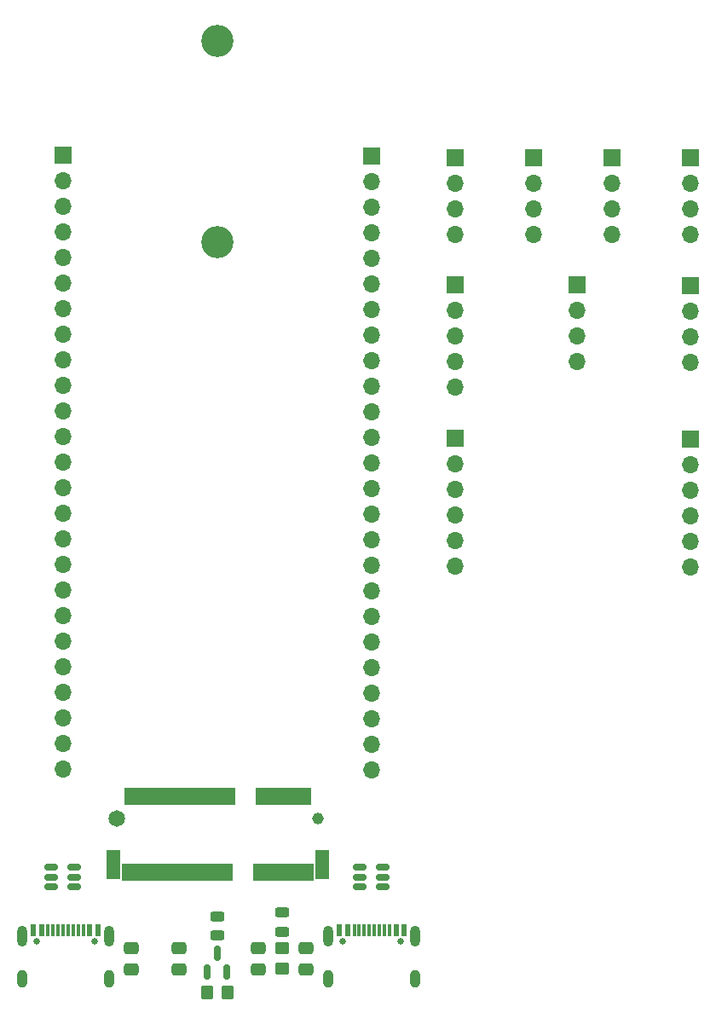
<source format=gbr>
%TF.GenerationSoftware,KiCad,Pcbnew,8.0.1-rc1*%
%TF.CreationDate,2024-08-22T21:46:05-04:00*%
%TF.ProjectId,MOBO_V1,4d4f424f-5f56-4312-9e6b-696361645f70,rev?*%
%TF.SameCoordinates,Original*%
%TF.FileFunction,Soldermask,Top*%
%TF.FilePolarity,Negative*%
%FSLAX46Y46*%
G04 Gerber Fmt 4.6, Leading zero omitted, Abs format (unit mm)*
G04 Created by KiCad (PCBNEW 8.0.1-rc1) date 2024-08-22 21:46:05*
%MOMM*%
%LPD*%
G01*
G04 APERTURE LIST*
G04 Aperture macros list*
%AMRoundRect*
0 Rectangle with rounded corners*
0 $1 Rounding radius*
0 $2 $3 $4 $5 $6 $7 $8 $9 X,Y pos of 4 corners*
0 Add a 4 corners polygon primitive as box body*
4,1,4,$2,$3,$4,$5,$6,$7,$8,$9,$2,$3,0*
0 Add four circle primitives for the rounded corners*
1,1,$1+$1,$2,$3*
1,1,$1+$1,$4,$5*
1,1,$1+$1,$6,$7*
1,1,$1+$1,$8,$9*
0 Add four rect primitives between the rounded corners*
20,1,$1+$1,$2,$3,$4,$5,0*
20,1,$1+$1,$4,$5,$6,$7,0*
20,1,$1+$1,$6,$7,$8,$9,0*
20,1,$1+$1,$8,$9,$2,$3,0*%
G04 Aperture macros list end*
%ADD10RoundRect,0.250000X0.350000X0.450000X-0.350000X0.450000X-0.350000X-0.450000X0.350000X-0.450000X0*%
%ADD11R,1.700000X1.700000*%
%ADD12O,1.700000X1.700000*%
%ADD13RoundRect,0.250000X0.450000X-0.350000X0.450000X0.350000X-0.450000X0.350000X-0.450000X-0.350000X0*%
%ADD14RoundRect,0.243750X-0.456250X0.243750X-0.456250X-0.243750X0.456250X-0.243750X0.456250X0.243750X0*%
%ADD15RoundRect,0.150000X0.512500X0.150000X-0.512500X0.150000X-0.512500X-0.150000X0.512500X-0.150000X0*%
%ADD16C,3.200000*%
%ADD17RoundRect,0.250000X0.475000X-0.337500X0.475000X0.337500X-0.475000X0.337500X-0.475000X-0.337500X0*%
%ADD18RoundRect,0.150000X-0.512500X-0.150000X0.512500X-0.150000X0.512500X0.150000X-0.512500X0.150000X0*%
%ADD19RoundRect,0.150000X0.150000X-0.587500X0.150000X0.587500X-0.150000X0.587500X-0.150000X-0.587500X0*%
%ADD20C,0.650000*%
%ADD21R,0.600000X1.240000*%
%ADD22R,0.300000X1.240000*%
%ADD23O,1.000000X2.100000*%
%ADD24O,1.000000X1.800000*%
%ADD25RoundRect,0.250000X-0.475000X0.337500X-0.475000X-0.337500X0.475000X-0.337500X0.475000X0.337500X0*%
%ADD26C,1.150000*%
%ADD27C,1.650000*%
%ADD28RoundRect,0.102000X0.150000X0.775000X-0.150000X0.775000X-0.150000X-0.775000X0.150000X-0.775000X0*%
%ADD29RoundRect,0.102000X0.600000X1.375000X-0.600000X1.375000X-0.600000X-1.375000X0.600000X-1.375000X0*%
G04 APERTURE END LIST*
D10*
%TO.C,FB201*%
X57550000Y-153850000D03*
X55550000Y-153850000D03*
%TD*%
D11*
%TO.C,I2C_0*%
X87983000Y-70950000D03*
D12*
X87983000Y-73490000D03*
X87983000Y-76030000D03*
X87983000Y-78570000D03*
%TD*%
D13*
%TO.C,R201*%
X62975000Y-151475000D03*
X62975000Y-149475000D03*
%TD*%
D14*
%TO.C,F201*%
X56537500Y-146287500D03*
X56537500Y-148162500D03*
%TD*%
D15*
%TO.C,U301*%
X72975000Y-143325000D03*
X72975000Y-142375000D03*
X72975000Y-141425000D03*
X70700000Y-141425000D03*
X70700000Y-142375000D03*
X70700000Y-143325000D03*
%TD*%
D11*
%TO.C,\u00B5SD*%
X80150000Y-98800000D03*
D12*
X80150000Y-101340000D03*
X80150000Y-103880000D03*
X80150000Y-106420000D03*
X80150000Y-108960000D03*
X80150000Y-111500000D03*
%TD*%
D11*
%TO.C,I2C_1*%
X95766000Y-70950000D03*
D12*
X95766000Y-73490000D03*
X95766000Y-76030000D03*
X95766000Y-78570000D03*
%TD*%
D16*
%TO.C,V1_mount*%
X56550000Y-59325000D03*
%TD*%
D17*
%TO.C,C201*%
X60600000Y-151512500D03*
X60600000Y-149437500D03*
%TD*%
D11*
%TO.C,I2S*%
X80175000Y-83525000D03*
D12*
X80175000Y-86065000D03*
X80175000Y-88605000D03*
X80175000Y-91145000D03*
X80175000Y-93685000D03*
%TD*%
D17*
%TO.C,C206*%
X52775000Y-151512500D03*
X52775000Y-149437500D03*
%TD*%
D11*
%TO.C,Droite*%
X71850000Y-70755000D03*
D12*
X71850000Y-73295000D03*
X71850000Y-75835000D03*
X71850000Y-78375000D03*
X71850000Y-80915000D03*
X71850000Y-83455000D03*
X71850000Y-85995000D03*
X71850000Y-88535000D03*
X71850000Y-91075000D03*
X71850000Y-93615000D03*
X71850000Y-96155000D03*
X71850000Y-98695000D03*
X71850000Y-101235000D03*
X71850000Y-103775000D03*
X71850000Y-106315000D03*
X71850000Y-108855000D03*
X71850000Y-111395000D03*
X71850000Y-113935000D03*
X71850000Y-116475000D03*
X71850000Y-119015000D03*
X71850000Y-121555000D03*
X71850000Y-124095000D03*
X71850000Y-126635000D03*
X71850000Y-129175000D03*
X71850000Y-131715000D03*
%TD*%
D18*
%TO.C,U302*%
X40050000Y-141425000D03*
X40050000Y-142375000D03*
X40050000Y-143325000D03*
X42325000Y-143325000D03*
X42325000Y-142375000D03*
X42325000Y-141425000D03*
%TD*%
D17*
%TO.C,C205*%
X65350000Y-151512500D03*
X65350000Y-149437500D03*
%TD*%
D11*
%TO.C,Gauche*%
X41225000Y-70705000D03*
D12*
X41225000Y-73245000D03*
X41225000Y-75785000D03*
X41225000Y-78325000D03*
X41225000Y-80865000D03*
X41225000Y-83405000D03*
X41225000Y-85945000D03*
X41225000Y-88485000D03*
X41225000Y-91025000D03*
X41225000Y-93565000D03*
X41225000Y-96105000D03*
X41225000Y-98645000D03*
X41225000Y-101185000D03*
X41225000Y-103725000D03*
X41225000Y-106265000D03*
X41225000Y-108805000D03*
X41225000Y-111345000D03*
X41225000Y-113885000D03*
X41225000Y-116425000D03*
X41225000Y-118965000D03*
X41225000Y-121505000D03*
X41225000Y-124045000D03*
X41225000Y-126585000D03*
X41225000Y-129125000D03*
X41225000Y-131665000D03*
%TD*%
D11*
%TO.C,UART*%
X103525000Y-83645000D03*
D12*
X103525000Y-86185000D03*
X103525000Y-88725000D03*
X103525000Y-91265000D03*
%TD*%
D16*
%TO.C,V2_mount*%
X56550000Y-79325000D03*
%TD*%
D11*
%TO.C,I2C_0*%
X80200000Y-70950000D03*
D12*
X80200000Y-73490000D03*
X80200000Y-76030000D03*
X80200000Y-78570000D03*
%TD*%
D11*
%TO.C,SPI*%
X103525000Y-98850000D03*
D12*
X103525000Y-101390000D03*
X103525000Y-103930000D03*
X103525000Y-106470000D03*
X103525000Y-109010000D03*
X103525000Y-111550000D03*
%TD*%
D19*
%TO.C,Q201*%
X55575000Y-151825000D03*
X57475000Y-151825000D03*
X56525000Y-149950000D03*
%TD*%
D14*
%TO.C,PWR_3V3*%
X62975000Y-145912500D03*
X62975000Y-147787500D03*
%TD*%
D11*
%TO.C,CAN*%
X92275000Y-83580000D03*
D12*
X92275000Y-86120000D03*
X92275000Y-88660000D03*
X92275000Y-91200000D03*
%TD*%
D20*
%TO.C,UART_PROG*%
X69005000Y-148795000D03*
X74785000Y-148795000D03*
D21*
X68695000Y-147675000D03*
X69495000Y-147675000D03*
D22*
X70645000Y-147675000D03*
X71645000Y-147675000D03*
X72145000Y-147675000D03*
X73145000Y-147675000D03*
D21*
X74295000Y-147675000D03*
X75095000Y-147675000D03*
X75095000Y-147675000D03*
X74295000Y-147675000D03*
D22*
X73645000Y-147675000D03*
X72645000Y-147675000D03*
X71145000Y-147675000D03*
X70145000Y-147675000D03*
D21*
X69495000Y-147675000D03*
X68695000Y-147675000D03*
D23*
X67575000Y-148275000D03*
D24*
X67575000Y-152475000D03*
D23*
X76215000Y-148275000D03*
D24*
X76215000Y-152475000D03*
%TD*%
D25*
%TO.C,C202*%
X48025000Y-149437500D03*
X48025000Y-151512500D03*
%TD*%
D20*
%TO.C,DEBUG_USB*%
X38585000Y-148795000D03*
X44365000Y-148795000D03*
D21*
X38275000Y-147675000D03*
X39075000Y-147675000D03*
D22*
X40225000Y-147675000D03*
X41225000Y-147675000D03*
X41725000Y-147675000D03*
X42725000Y-147675000D03*
D21*
X43875000Y-147675000D03*
X44675000Y-147675000D03*
X44675000Y-147675000D03*
X43875000Y-147675000D03*
D22*
X43225000Y-147675000D03*
X42225000Y-147675000D03*
X40725000Y-147675000D03*
X39725000Y-147675000D03*
D21*
X39075000Y-147675000D03*
X38275000Y-147675000D03*
D23*
X37155000Y-148275000D03*
D24*
X37155000Y-152475000D03*
D23*
X45795000Y-148275000D03*
D24*
X45795000Y-152475000D03*
%TD*%
D11*
%TO.C,I2C_1*%
X103549000Y-70950000D03*
D12*
X103549000Y-73490000D03*
X103549000Y-76030000D03*
X103549000Y-78570000D03*
%TD*%
D26*
%TO.C,J101*%
X66575000Y-136600000D03*
D27*
X46575000Y-136600000D03*
D28*
X65825000Y-141875000D03*
X65575000Y-134325000D03*
X65325000Y-141875000D03*
X65075000Y-134325000D03*
X64825000Y-141875000D03*
X64575000Y-134325000D03*
X64325000Y-141875000D03*
X64075000Y-134325000D03*
X63825000Y-141875000D03*
X63575000Y-134325000D03*
X63325000Y-141875000D03*
X63075000Y-134325000D03*
X62825000Y-141875000D03*
X62575000Y-134325000D03*
X62325000Y-141875000D03*
X62075000Y-134325000D03*
X61825000Y-141875000D03*
X61575000Y-134325000D03*
X61325000Y-141875000D03*
X61075000Y-134325000D03*
X60825000Y-141875000D03*
X60575000Y-134325000D03*
X60325000Y-141875000D03*
X58075000Y-134325000D03*
X57825000Y-141875000D03*
X57575000Y-134325000D03*
X57325000Y-141875000D03*
X57075000Y-134325000D03*
X56825000Y-141875000D03*
X56575000Y-134325000D03*
X56325000Y-141875000D03*
X56075000Y-134325000D03*
X55825000Y-141875000D03*
X55575000Y-134325000D03*
X55325000Y-141875000D03*
X55075000Y-134325000D03*
X54825000Y-141875000D03*
X54575000Y-134325000D03*
X54325000Y-141875000D03*
X54075000Y-134325000D03*
X53825000Y-141875000D03*
X53575000Y-134325000D03*
X53325000Y-141875000D03*
X53075000Y-134325000D03*
X52825000Y-141875000D03*
X52575000Y-134325000D03*
X52325000Y-141875000D03*
X52075000Y-134325000D03*
X51825000Y-141875000D03*
X51575000Y-134325000D03*
X51325000Y-141875000D03*
X51075000Y-134325000D03*
X50825000Y-141875000D03*
X50575000Y-134325000D03*
X50325000Y-141875000D03*
X50075000Y-134325000D03*
X49825000Y-141875000D03*
X49575000Y-134325000D03*
X49325000Y-141875000D03*
X49075000Y-134325000D03*
X48825000Y-141875000D03*
X48575000Y-134325000D03*
X48325000Y-141875000D03*
X48075000Y-134325000D03*
X47825000Y-141875000D03*
X47575000Y-134325000D03*
X47325000Y-141875000D03*
D29*
X66925000Y-141100000D03*
X46225000Y-141100000D03*
%TD*%
M02*

</source>
